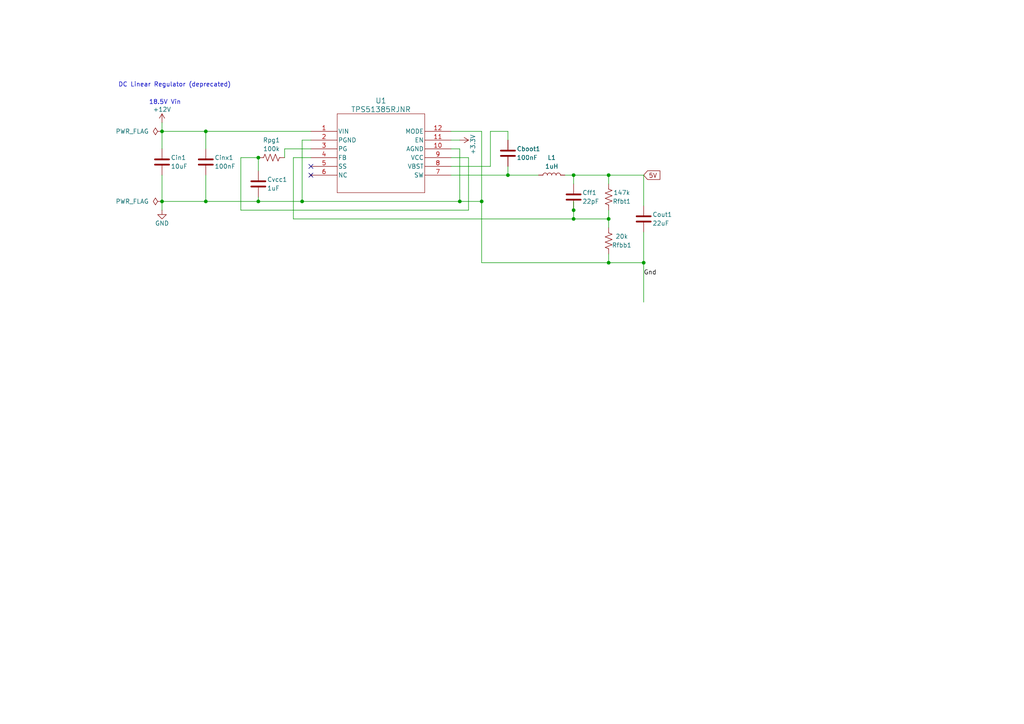
<source format=kicad_sch>
(kicad_sch (version 20230121) (generator eeschema)
  (paper "A4")
  (lib_symbols
    (symbol "Device:C" (pin_numbers hide) (pin_names (offset 0.254))
      (property "Reference" "C" (at 0.635 2.54 0))
      (property "Value" "C" (at 0.635 -2.54 0))
      (symbol "C_0_1"
        (polyline (pts (xy -2.032 -0.762) (xy 2.032 -0.762)) (stroke (width 0.508)))
        (polyline (pts (xy -2.032 0.762) (xy 2.032 0.762)) (stroke (width 0.508)))
      )
      (symbol "C_1_1"
        (pin passive line (at 0 3.81 270) (length 2.794) (name "~") (number "1"))
        (pin passive line (at 0 -3.81 90) (length 2.794) (name "~") (number "2"))
      )
    )
    (symbol "Device:L" (pin_numbers hide) (pin_names (offset 1.016) hide)
      (property "Reference" "L" (at -1.27 0 90))
      (property "Value" "L" (at 1.905 0 90))
      (symbol "L_0_1"
        (arc (start 0 -2.54) (mid 0.6323 -1.905) (end 0 -1.27))
        (arc (start 0 -1.27) (mid 0.6323 -0.635) (end 0 0))
        (arc (start 0 0) (mid 0.6323 0.635) (end 0 1.27))
        (arc (start 0 1.27) (mid 0.6323 1.905) (end 0 2.54))
      )
      (symbol "L_1_1"
        (pin passive line (at 0 3.81 270) (length 1.27) (name "1") (number "1"))
        (pin passive line (at 0 -3.81 90) (length 1.27) (name "2") (number "2"))
      )
    )
    (symbol "Device:R_US" (pin_numbers hide) (pin_names (offset 0))
      (property "Reference" "R" (at 2.54 0 90))
      (property "Value" "R_US" (at -2.54 0 90))
      (symbol "R_US_0_1"
        (polyline (pts (xy 0 -2.286) (xy 0 -2.54)))
        (polyline (pts (xy 0 2.286) (xy 0 2.54)))
        (polyline (pts (xy 0 -0.762) (xy 1.016 -1.143) (xy 0 -1.524) (xy -1.016 -1.905) (xy 0 -2.286)))
        (polyline (pts (xy 0 0.762) (xy 1.016 0.381) (xy 0 0) (xy -1.016 -0.381) (xy 0 -0.762)))
        (polyline (pts (xy 0 2.286) (xy 1.016 1.905) (xy 0 1.524) (xy -1.016 1.143) (xy 0 0.762)))
      )
      (symbol "R_US_1_1"
        (pin passive line (at 0 3.81 270) (length 1.27) (name "~") (number "1"))
        (pin passive line (at 0 -3.81 90) (length 1.27) (name "~") (number "2"))
      )
    )
    (symbol "TPS51385:TPS51385RJNR" (pin_names (offset 0.254))
      (property "Reference" "U" (at 20.32 10.16 0))
      (property "Value" "TPS51385RJNR" (at 20.32 7.62 0))
      (symbol "TPS51385RJNR_0_1"
        (polyline (pts (xy 7.62 -17.78) (xy 33.02 -17.78)) (stroke (width 0.127)))
        (polyline (pts (xy 7.62 5.08) (xy 7.62 -17.78)) (stroke (width 0.127)))
        (polyline (pts (xy 33.02 -17.78) (xy 33.02 5.08)) (stroke (width 0.127)))
        (polyline (pts (xy 33.02 5.08) (xy 7.62 5.08)) (stroke (width 0.127)))
        (pin power_in line (at 0 0 0) (length 7.62) (name "VIN") (number "1"))
        (pin power_out line (at 40.64 -5.08 180) (length 7.62) (name "AGND") (number "10"))
        (pin input line (at 40.64 -2.54 180) (length 7.62) (name "EN") (number "11"))
        (pin input line (at 40.64 0 180) (length 7.62) (name "MODE") (number "12"))
        (pin power_out line (at 0 -2.54 0) (length 7.62) (name "PGND") (number "2"))
        (pin output line (at 0 -5.08 0) (length 7.62) (name "PG") (number "3"))
        (pin input line (at 0 -7.62 0) (length 7.62) (name "FB") (number "4"))
        (pin output line (at 0 -10.16 0) (length 7.62) (name "SS") (number "5"))
        (pin no_connect line (at 0 -12.7 0) (length 7.62) (name "NC") (number "6"))
        (pin output line (at 40.64 -12.7 180) (length 7.62) (name "SW") (number "7"))
        (pin input line (at 40.64 -10.16 180) (length 7.62) (name "VBST") (number "8"))
        (pin output line (at 40.64 -7.62 180) (length 7.62) (name "VCC") (number "9"))
      )
    )
    (symbol "power:+12V" (power) (pin_names (offset 0))
      (property "Value" "+12V" (at 0 3.556 0))
      (symbol "+12V_0_1"
        (polyline (pts (xy -0.762 1.27) (xy 0 2.54)))
        (polyline (pts (xy 0 0) (xy 0 2.54)))
        (polyline (pts (xy 0 2.54) (xy 0.762 1.27)))
      )
      (symbol "+12V_1_1"
        (pin power_in line (at 0 0 90) (length 0) hide (name "+12V") (number "1"))
      )
    )
    (symbol "power:+3.3V" (power) (pin_names (offset 0))
      (property "Value" "+3.3V" (at 0 3.556 0))
      (symbol "+3.3V_0_1"
        (polyline (pts (xy -0.762 1.27) (xy 0 2.54)))
        (polyline (pts (xy 0 0) (xy 0 2.54)))
        (polyline (pts (xy 0 2.54) (xy 0.762 1.27)))
      )
      (symbol "+3.3V_1_1"
        (pin power_in line (at 0 0 90) (length 0) hide (name "+3.3V") (number "1"))
      )
    )
    (symbol "power:GND" (power) (pin_names (offset 0))
      (property "Value" "GND" (at 0 -3.81 0))
      (symbol "GND_0_1"
        (polyline (pts (xy 0 0) (xy 0 -1.27) (xy 1.27 -1.27) (xy 0 -2.54) (xy -1.27 -1.27) (xy 0 -1.27)))
      )
      (symbol "GND_1_1"
        (pin power_in line (at 0 0 270) (length 0) hide (name "GND") (number "1"))
      )
    )
    (symbol "power:PWR_FLAG" (power) (pin_numbers hide) (pin_names (offset 0) hide)
      (property "Value" "PWR_FLAG" (at 0 3.81 0))
      (symbol "PWR_FLAG_0_0"
        (pin power_out line (at 0 0 90) (length 0) (name "pwr") (number "1"))
      )
      (symbol "PWR_FLAG_0_1"
        (polyline (pts (xy 0 0) (xy 0 1.27) (xy -1.016 1.905) (xy 0 2.54) (xy 1.016 1.905) (xy 0 1.27)))
      )
    )
  )
  (junction (at 176.53 63.5))
  (junction (at 59.69 38.1))
  (junction (at 186.69 76.2))
  (junction (at 176.53 76.2))
  (junction (at 46.99 58.42))
  (junction (at 74.93 45.72))
  (junction (at 139.7 58.42))
  (junction (at 147.32 50.8))
  (junction (at 166.37 60.96))
  (junction (at 176.53 50.8))
  (junction (at 74.93 58.42))
  (junction (at 166.37 63.5))
  (junction (at 59.69 58.42))
  (junction (at 133.35 58.42))
  (junction (at 87.63 58.42))
  (junction (at 46.99 38.1))
  (junction (at 166.37 50.8))
  (no_connect (at 90.17 50.8))
  (no_connect (at 90.17 48.26))
  (wire (pts (xy 46.99 38.1) (xy 46.99 43.18)))
  (wire (pts (xy 69.85 60.96) (xy 69.85 45.72)))
  (wire (pts (xy 139.7 38.1) (xy 139.7 58.42)))
  (wire (pts (xy 166.37 50.8) (xy 166.37 53.34)))
  (wire (pts (xy 147.32 50.8) (xy 156.21 50.8)))
  (wire (pts (xy 166.37 63.5) (xy 166.37 60.96)))
  (wire (pts (xy 147.32 50.8) (xy 147.32 48.26)))
  (wire (pts (xy 186.69 67.31) (xy 186.69 76.2)))
  (wire (pts (xy 90.17 45.72) (xy 85.09 45.72)))
  (wire (pts (xy 186.69 50.8) (xy 186.69 59.69)))
  (wire (pts (xy 176.53 63.5) (xy 176.53 66.04)))
  (wire (pts (xy 176.53 60.96) (xy 176.53 63.5)))
  (wire (pts (xy 46.99 35.56) (xy 46.99 38.1)))
  (wire (pts (xy 135.89 45.72) (xy 135.89 60.96)))
  (wire (pts (xy 82.55 43.18) (xy 90.17 43.18)))
  (wire (pts (xy 59.69 38.1) (xy 46.99 38.1)))
  (wire (pts (xy 90.17 38.1) (xy 59.69 38.1)))
  (wire (pts (xy 87.63 40.64) (xy 87.63 58.42)))
  (wire (pts (xy 130.81 40.64) (xy 133.35 40.64)))
  (wire (pts (xy 166.37 60.96) (xy 166.37 58.42)))
  (wire (pts (xy 59.69 50.8) (xy 59.69 58.42)))
  (wire (pts (xy 176.53 73.66) (xy 176.53 76.2)))
  (wire (pts (xy 85.09 45.72) (xy 85.09 63.5)))
  (wire (pts (xy 166.37 50.8) (xy 176.53 50.8)))
  (wire (pts (xy 176.53 50.8) (xy 186.69 50.8)))
  (wire (pts (xy 74.93 58.42) (xy 87.63 58.42)))
  (wire (pts (xy 74.93 57.15) (xy 74.93 58.42)))
  (wire (pts (xy 139.7 76.2) (xy 176.53 76.2)))
  (wire (pts (xy 46.99 58.42) (xy 59.69 58.42)))
  (wire (pts (xy 90.17 40.64) (xy 87.63 40.64)))
  (wire (pts (xy 87.63 58.42) (xy 133.35 58.42)))
  (wire (pts (xy 46.99 50.8) (xy 46.99 58.42)))
  (wire (pts (xy 133.35 58.42) (xy 133.35 43.18)))
  (wire (pts (xy 133.35 43.18) (xy 130.81 43.18)))
  (wire (pts (xy 176.53 50.8) (xy 176.53 53.34)))
  (wire (pts (xy 130.81 48.26) (xy 142.24 48.26)))
  (wire (pts (xy 74.93 45.72) (xy 74.93 49.53)))
  (wire (pts (xy 130.81 38.1) (xy 139.7 38.1)))
  (wire (pts (xy 142.24 38.1) (xy 147.32 38.1)))
  (wire (pts (xy 82.55 45.72) (xy 82.55 43.18)))
  (wire (pts (xy 139.7 58.42) (xy 133.35 58.42)))
  (wire (pts (xy 69.85 45.72) (xy 74.93 45.72)))
  (wire (pts (xy 59.69 38.1) (xy 59.69 43.18)))
  (wire (pts (xy 186.69 76.2) (xy 186.69 87.63)))
  (wire (pts (xy 139.7 58.42) (xy 139.7 76.2)))
  (wire (pts (xy 130.81 50.8) (xy 147.32 50.8)))
  (wire (pts (xy 59.69 58.42) (xy 74.93 58.42)))
  (wire (pts (xy 69.85 60.96) (xy 135.89 60.96)))
  (wire (pts (xy 163.83 50.8) (xy 166.37 50.8)))
  (wire (pts (xy 147.32 38.1) (xy 147.32 40.64)))
  (wire (pts (xy 166.37 63.5) (xy 176.53 63.5)))
  (wire (pts (xy 142.24 48.26) (xy 142.24 38.1)))
  (wire (pts (xy 85.09 63.5) (xy 166.37 63.5)))
  (wire (pts (xy 130.81 45.72) (xy 135.89 45.72)))
  (wire (pts (xy 186.69 76.2) (xy 176.53 76.2)))
  (wire (pts (xy 46.99 58.42) (xy 46.99 60.96)))
  (text "18.5V Vin" (at 43.18 30.48 0) (effects (font (size 1.27 1.27)) (justify left bottom)))
  (text "DC Linear Regulator (deprecated)" (at 34.29 25.4 0) (effects (font (size 1.27 1.27)) (justify left bottom)))
  (label "Gnd" (at 186.69 80.01 0))
  (global_label "5V" (shape input) (at 186.69 50.8 0) (property "Intersheetrefs" "5V" (effects hide)))
  (symbol (lib_id "power:+3.3V") (at 133.35 40.64 270) (unit 1)
    (property "Reference" "#PWR03" (effects hide))
    (property "Value" "+3.3V" (at 137.16 41.91 0))
  )
  (symbol (lib_id "Device:C") (at 46.99 46.99 0) (unit 1)
    (property "Reference" "Cin1" (at 49.53 45.72 0) (effects (justify left)))
    (property "Value" "10uF" (at 49.53 48.26 0) (effects (justify left)))
  )
  (symbol (lib_id "Device:L") (at 160.02 50.8 90) (unit 1)
    (property "Reference" "L1" (at 160.02 45.72 90))
    (property "Value" "1uH" (at 160.02 48.26 90))
  )
  (symbol (lib_id "Device:C") (at 74.93 53.34 0) (unit 1)
    (property "Reference" "Cvcc1" (at 77.47 52.07 0) (effects (justify left)))
    (property "Value" "1uF" (at 77.47 54.61 0) (effects (justify left)))
  )
  (symbol (lib_id "Device:C") (at 59.69 46.99 0) (unit 1)
    (property "Reference" "Cinx1" (at 62.23 45.72 0) (effects (justify left)))
    (property "Value" "100nF" (at 62.23 48.26 0) (effects (justify left)))
  )
  (symbol (lib_id "Device:R_US") (at 78.74 45.72 90) (unit 1)
    (property "Reference" "Rpg1" (at 78.74 40.64 90))
    (property "Value" "100k" (at 78.74 43.18 90))
  )
  (symbol (lib_id "Device:R_US") (at 176.53 69.85 0) (unit 1)
    (property "Reference" "Rfbb1" (at 180.34 71.12 0))
    (property "Value" "20k" (at 180.34 68.58 0))
  )
  (symbol (lib_id "power:GND") (at 46.99 60.96 0) (unit 1)
    (property "Reference" "#PWR02" (effects hide))
    (property "Value" "GND" (at 46.99 64.77 0))
  )
  (symbol (lib_id "power:PWR_FLAG") (at 46.99 38.1 90) (unit 1)
    (property "Reference" "#FLG01" (effects hide))
    (property "Value" "PWR_FLAG" (at 43.18 38.1 90) (effects (justify left)))
  )
  (symbol (lib_id "Device:C") (at 166.37 57.15 0) (unit 1)
    (property "Reference" "Cff1" (at 168.91 55.88 0) (effects (justify left)))
    (property "Value" "22pF" (at 168.91 58.42 0) (effects (justify left)))
  )
  (symbol (lib_id "Device:C") (at 186.69 63.5 0) (unit 1)
    (property "Reference" "Cout1" (at 189.23 62.23 0) (effects (justify left)))
    (property "Value" "22uF" (at 189.23 64.77 0) (effects (justify left)))
  )
  (symbol (lib_id "power:+12V") (at 46.99 35.56 0) (unit 1)
    (property "Reference" "#PWR01" (effects hide))
    (property "Value" "+12V" (at 46.99 31.75 0))
  )
  (symbol (lib_id "Device:C") (at 147.32 44.45 0) (unit 1)
    (property "Reference" "Cboot1" (at 149.86 43.18 0) (effects (justify left)))
    (property "Value" "100nF" (at 149.86 45.72 0) (effects (justify left)))
  )
  (symbol (lib_id "power:PWR_FLAG") (at 46.99 58.42 90) (unit 1)
    (property "Reference" "#FLG02" (effects hide))
    (property "Value" "PWR_FLAG" (at 43.18 58.42 90) (effects (justify left)))
  )
  (symbol (lib_id "TPS51385:TPS51385RJNR") (at 90.17 38.1 0) (unit 1)
    (property "Reference" "U1" (at 110.49 29.21 0) (effects (font (size 1.524 1.524))))
    (property "Value" "TPS51385RJNR" (at 110.49 31.75 0) (effects (font (size 1.524 1.524))))
    (property "Footprint" "TPS51385RJNR:VQFN-HR12_RJN_TEX" (effects hide))
    (property "Datasheet" "TPS51385RJNR" (effects hide))
  )
  (symbol (lib_id "Device:R_US") (at 176.53 57.15 0) (unit 1)
    (property "Reference" "Rfbt1" (at 180.34 58.42 0))
    (property "Value" "147k" (at 180.34 55.88 0))
  )
)
</source>
